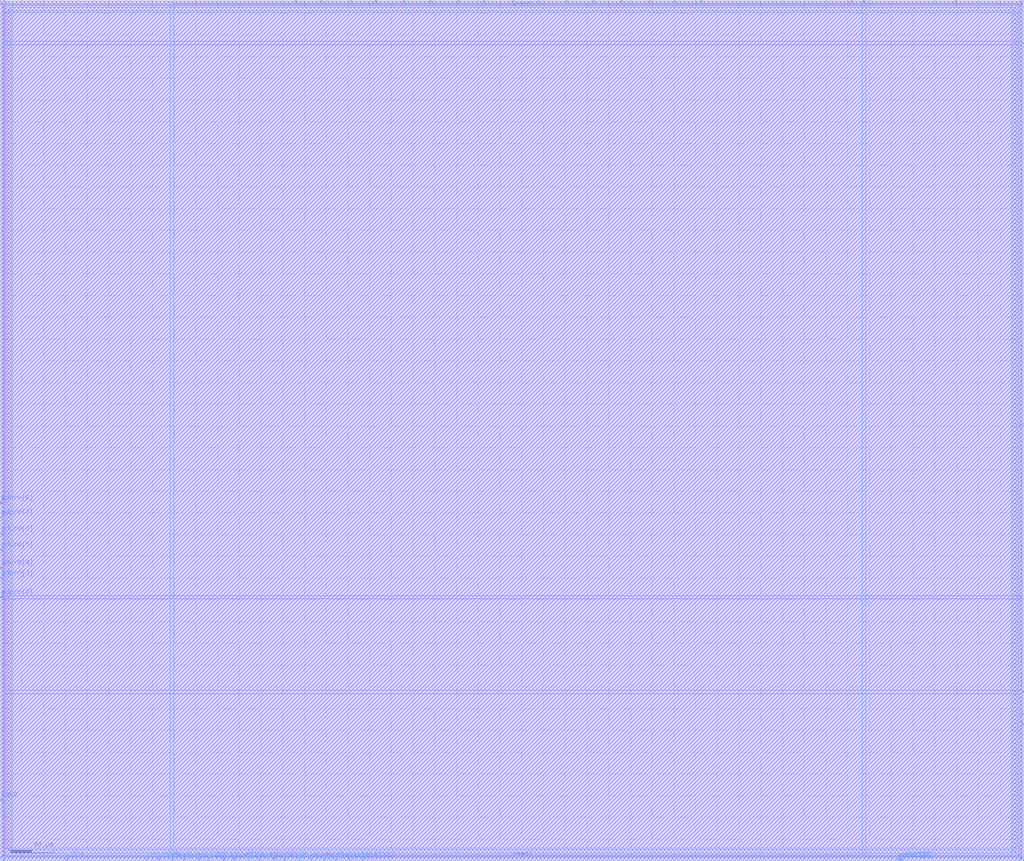
<source format=lef>
VERSION 5.4 ;
NAMESCASESENSITIVE ON ;
BUSBITCHARS "[]" ;
DIVIDERCHAR "/" ;
UNITS
  DATABASE MICRONS 2000 ;
END UNITS
MACRO sky130_sram_16_512
   CLASS BLOCK ;
   SIZE 470.94 BY 396.14 ;
   SYMMETRY X Y R90 ;
   PIN din0[0]
      DIRECTION INPUT ;
      PORT
         LAYER met4 ;
         RECT  78.88 0.0 79.26 1.06 ;
      END
   END din0[0]
   PIN din0[1]
      DIRECTION INPUT ;
      PORT
         LAYER met4 ;
         RECT  84.32 0.0 84.7 1.06 ;
      END
   END din0[1]
   PIN din0[2]
      DIRECTION INPUT ;
      PORT
         LAYER met4 ;
         RECT  91.12 0.0 91.5 1.06 ;
      END
   END din0[2]
   PIN din0[3]
      DIRECTION INPUT ;
      PORT
         LAYER met4 ;
         RECT  95.88 0.0 96.26 1.06 ;
      END
   END din0[3]
   PIN din0[4]
      DIRECTION INPUT ;
      PORT
         LAYER met4 ;
         RECT  102.68 0.0 103.06 1.06 ;
      END
   END din0[4]
   PIN din0[5]
      DIRECTION INPUT ;
      PORT
         LAYER met4 ;
         RECT  107.44 0.0 107.82 1.06 ;
      END
   END din0[5]
   PIN din0[6]
      DIRECTION INPUT ;
      PORT
         LAYER met4 ;
         RECT  114.24 0.0 114.62 1.06 ;
      END
   END din0[6]
   PIN din0[7]
      DIRECTION INPUT ;
      PORT
         LAYER met4 ;
         RECT  119.0 0.0 119.38 1.06 ;
      END
   END din0[7]
   PIN din0[8]
      DIRECTION INPUT ;
      PORT
         LAYER met4 ;
         RECT  125.8 0.0 126.18 1.06 ;
      END
   END din0[8]
   PIN din0[9]
      DIRECTION INPUT ;
      PORT
         LAYER met4 ;
         RECT  130.56 0.0 130.94 1.06 ;
      END
   END din0[9]
   PIN din0[10]
      DIRECTION INPUT ;
      PORT
         LAYER met4 ;
         RECT  137.36 0.0 137.74 1.06 ;
      END
   END din0[10]
   PIN din0[11]
      DIRECTION INPUT ;
      PORT
         LAYER met4 ;
         RECT  142.8 0.0 143.18 1.06 ;
      END
   END din0[11]
   PIN din0[12]
      DIRECTION INPUT ;
      PORT
         LAYER met4 ;
         RECT  148.92 0.0 149.3 1.06 ;
      END
   END din0[12]
   PIN din0[13]
      DIRECTION INPUT ;
      PORT
         LAYER met4 ;
         RECT  154.36 0.0 154.74 1.06 ;
      END
   END din0[13]
   PIN din0[14]
      DIRECTION INPUT ;
      PORT
         LAYER met4 ;
         RECT  160.48 0.0 160.86 1.06 ;
      END
   END din0[14]
   PIN din0[15]
      DIRECTION INPUT ;
      PORT
         LAYER met4 ;
         RECT  166.6 0.0 166.98 1.06 ;
      END
   END din0[15]
   PIN addr0[0]
      DIRECTION INPUT ;
      PORT
         LAYER met4 ;
         RECT  67.32 0.0 67.7 1.06 ;
      END
   END addr0[0]
   PIN addr0[1]
      DIRECTION INPUT ;
      PORT
         LAYER met4 ;
         RECT  72.76 0.0 73.14 1.06 ;
      END
   END addr0[1]
   PIN addr0[2]
      DIRECTION INPUT ;
      PORT
         LAYER met3 ;
         RECT  0.0 121.04 1.06 121.42 ;
      END
   END addr0[2]
   PIN addr0[3]
      DIRECTION INPUT ;
      PORT
         LAYER met3 ;
         RECT  0.0 129.88 1.06 130.26 ;
      END
   END addr0[3]
   PIN addr0[4]
      DIRECTION INPUT ;
      PORT
         LAYER met3 ;
         RECT  0.0 134.64 1.06 135.02 ;
      END
   END addr0[4]
   PIN addr0[5]
      DIRECTION INPUT ;
      PORT
         LAYER met3 ;
         RECT  0.0 142.8 1.06 143.18 ;
      END
   END addr0[5]
   PIN addr0[6]
      DIRECTION INPUT ;
      PORT
         LAYER met3 ;
         RECT  0.0 150.28 1.06 150.66 ;
      END
   END addr0[6]
   PIN addr0[7]
      DIRECTION INPUT ;
      PORT
         LAYER met3 ;
         RECT  0.0 157.76 1.06 158.14 ;
      END
   END addr0[7]
   PIN addr0[8]
      DIRECTION INPUT ;
      PORT
         LAYER met3 ;
         RECT  0.0 164.56 1.06 164.94 ;
      END
   END addr0[8]
   PIN addr1[0]
      DIRECTION INPUT ;
      PORT
         LAYER met4 ;
         RECT  397.12 395.08 397.5 396.14 ;
      END
   END addr1[0]
   PIN addr1[1]
      DIRECTION INPUT ;
      PORT
         LAYER met4 ;
         RECT  391.68 395.08 392.06 396.14 ;
      END
   END addr1[1]
   PIN addr1[2]
      DIRECTION INPUT ;
      PORT
         LAYER met3 ;
         RECT  469.88 77.52 470.94 77.9 ;
      END
   END addr1[2]
   PIN addr1[3]
      DIRECTION INPUT ;
      PORT
         LAYER met3 ;
         RECT  469.88 67.32 470.94 67.7 ;
      END
   END addr1[3]
   PIN addr1[4]
      DIRECTION INPUT ;
      PORT
         LAYER met3 ;
         RECT  469.88 62.56 470.94 62.94 ;
      END
   END addr1[4]
   PIN addr1[5]
      DIRECTION INPUT ;
      PORT
         LAYER met4 ;
         RECT  412.76 0.0 413.14 1.06 ;
      END
   END addr1[5]
   PIN addr1[6]
      DIRECTION INPUT ;
      PORT
         LAYER met4 ;
         RECT  413.44 0.0 413.82 1.06 ;
      END
   END addr1[6]
   PIN addr1[7]
      DIRECTION INPUT ;
      PORT
         LAYER met4 ;
         RECT  414.12 0.0 414.5 1.06 ;
      END
   END addr1[7]
   PIN addr1[8]
      DIRECTION INPUT ;
      PORT
         LAYER met4 ;
         RECT  414.8 0.0 415.18 1.06 ;
      END
   END addr1[8]
   PIN csb0
      DIRECTION INPUT ;
      PORT
         LAYER met3 ;
         RECT  0.0 27.88 1.06 28.26 ;
      END
   END csb0
   PIN csb1
      DIRECTION INPUT ;
      PORT
         LAYER met3 ;
         RECT  469.88 376.04 470.94 376.42 ;
      END
   END csb1
   PIN clk0
      DIRECTION INPUT ;
      PORT
         LAYER met4 ;
         RECT  30.6 0.0 30.98 1.06 ;
      END
   END clk0
   PIN clk1
      DIRECTION INPUT ;
      PORT
         LAYER met4 ;
         RECT  439.28 395.08 439.66 396.14 ;
      END
   END clk1
   PIN dout1[0]
      DIRECTION OUTPUT ;
      PORT
         LAYER met4 ;
         RECT  136.0 395.08 136.38 396.14 ;
      END
   END dout1[0]
   PIN dout1[1]
      DIRECTION OUTPUT ;
      PORT
         LAYER met4 ;
         RECT  147.56 395.08 147.94 396.14 ;
      END
   END dout1[1]
   PIN dout1[2]
      DIRECTION OUTPUT ;
      PORT
         LAYER met4 ;
         RECT  161.16 395.08 161.54 396.14 ;
      END
   END dout1[2]
   PIN dout1[3]
      DIRECTION OUTPUT ;
      PORT
         LAYER met4 ;
         RECT  172.72 395.08 173.1 396.14 ;
      END
   END dout1[3]
   PIN dout1[4]
      DIRECTION OUTPUT ;
      PORT
         LAYER met4 ;
         RECT  185.64 395.08 186.02 396.14 ;
      END
   END dout1[4]
   PIN dout1[5]
      DIRECTION OUTPUT ;
      PORT
         LAYER met4 ;
         RECT  197.88 395.08 198.26 396.14 ;
      END
   END dout1[5]
   PIN dout1[6]
      DIRECTION OUTPUT ;
      PORT
         LAYER met4 ;
         RECT  210.8 395.08 211.18 396.14 ;
      END
   END dout1[6]
   PIN dout1[7]
      DIRECTION OUTPUT ;
      PORT
         LAYER met4 ;
         RECT  222.36 395.08 222.74 396.14 ;
      END
   END dout1[7]
   PIN dout1[8]
      DIRECTION OUTPUT ;
      PORT
         LAYER met4 ;
         RECT  235.96 395.08 236.34 396.14 ;
      END
   END dout1[8]
   PIN dout1[9]
      DIRECTION OUTPUT ;
      PORT
         LAYER met4 ;
         RECT  247.52 395.08 247.9 396.14 ;
      END
   END dout1[9]
   PIN dout1[10]
      DIRECTION OUTPUT ;
      PORT
         LAYER met4 ;
         RECT  260.44 395.08 260.82 396.14 ;
      END
   END dout1[10]
   PIN dout1[11]
      DIRECTION OUTPUT ;
      PORT
         LAYER met4 ;
         RECT  272.68 395.08 273.06 396.14 ;
      END
   END dout1[11]
   PIN dout1[12]
      DIRECTION OUTPUT ;
      PORT
         LAYER met4 ;
         RECT  285.6 395.08 285.98 396.14 ;
      END
   END dout1[12]
   PIN dout1[13]
      DIRECTION OUTPUT ;
      PORT
         LAYER met4 ;
         RECT  298.52 395.08 298.9 396.14 ;
      END
   END dout1[13]
   PIN dout1[14]
      DIRECTION OUTPUT ;
      PORT
         LAYER met4 ;
         RECT  310.08 395.08 310.46 396.14 ;
      END
   END dout1[14]
   PIN dout1[15]
      DIRECTION OUTPUT ;
      PORT
         LAYER met4 ;
         RECT  322.32 395.08 322.7 396.14 ;
      END
   END dout1[15]
   PIN vccd1
      DIRECTION INOUT ;
      USE POWER ; 
      SHAPE ABUTMENT ; 
      PORT
         LAYER met3 ;
         RECT  3.4 3.4 467.54 5.14 ;
         LAYER met3 ;
         RECT  3.4 391.0 467.54 392.74 ;
         LAYER met4 ;
         RECT  3.4 3.4 5.14 392.74 ;
         LAYER met4 ;
         RECT  465.8 3.4 467.54 392.74 ;
      END
   END vccd1
   PIN vssd1
      DIRECTION INOUT ;
      USE GROUND ; 
      SHAPE ABUTMENT ; 
      PORT
         LAYER met3 ;
         RECT  0.0 394.4 470.94 396.14 ;
         LAYER met4 ;
         RECT  0.0 0.0 1.74 396.14 ;
         LAYER met3 ;
         RECT  0.0 0.0 470.94 1.74 ;
         LAYER met4 ;
         RECT  469.2 0.0 470.94 396.14 ;
      END
   END vssd1
   OBS
   LAYER  met1 ;
      RECT  0.62 0.62 470.32 395.52 ;
   LAYER  met2 ;
      RECT  0.62 0.62 470.32 395.52 ;
   LAYER  met3 ;
      RECT  1.66 120.44 470.32 122.02 ;
      RECT  0.62 122.02 1.66 129.28 ;
      RECT  0.62 130.86 1.66 134.04 ;
      RECT  0.62 135.62 1.66 142.2 ;
      RECT  0.62 143.78 1.66 149.68 ;
      RECT  0.62 151.26 1.66 157.16 ;
      RECT  0.62 158.74 1.66 163.96 ;
      RECT  1.66 76.92 469.28 78.5 ;
      RECT  1.66 78.5 469.28 120.44 ;
      RECT  469.28 78.5 470.32 120.44 ;
      RECT  469.28 68.3 470.32 76.92 ;
      RECT  469.28 63.54 470.32 66.72 ;
      RECT  0.62 28.86 1.66 120.44 ;
      RECT  1.66 122.02 469.28 375.44 ;
      RECT  1.66 375.44 469.28 377.02 ;
      RECT  469.28 122.02 470.32 375.44 ;
      RECT  1.66 2.8 2.8 5.74 ;
      RECT  1.66 5.74 2.8 76.92 ;
      RECT  2.8 5.74 468.14 76.92 ;
      RECT  468.14 2.8 469.28 5.74 ;
      RECT  468.14 5.74 469.28 76.92 ;
      RECT  1.66 377.02 2.8 390.4 ;
      RECT  1.66 390.4 2.8 393.34 ;
      RECT  2.8 377.02 468.14 390.4 ;
      RECT  468.14 377.02 469.28 390.4 ;
      RECT  468.14 390.4 469.28 393.34 ;
      RECT  0.62 165.54 1.66 393.8 ;
      RECT  469.28 377.02 470.32 393.8 ;
      RECT  1.66 393.34 2.8 393.8 ;
      RECT  2.8 393.34 468.14 393.8 ;
      RECT  468.14 393.34 469.28 393.8 ;
      RECT  469.28 2.34 470.32 61.96 ;
      RECT  0.62 2.34 1.66 27.28 ;
      RECT  1.66 2.34 2.8 2.8 ;
      RECT  2.8 2.34 468.14 2.8 ;
      RECT  468.14 2.34 469.28 2.8 ;
   LAYER  met4 ;
      RECT  78.28 1.66 79.86 395.52 ;
      RECT  79.86 0.62 83.72 1.66 ;
      RECT  85.3 0.62 90.52 1.66 ;
      RECT  92.1 0.62 95.28 1.66 ;
      RECT  96.86 0.62 102.08 1.66 ;
      RECT  103.66 0.62 106.84 1.66 ;
      RECT  108.42 0.62 113.64 1.66 ;
      RECT  115.22 0.62 118.4 1.66 ;
      RECT  119.98 0.62 125.2 1.66 ;
      RECT  126.78 0.62 129.96 1.66 ;
      RECT  131.54 0.62 136.76 1.66 ;
      RECT  138.34 0.62 142.2 1.66 ;
      RECT  143.78 0.62 148.32 1.66 ;
      RECT  149.9 0.62 153.76 1.66 ;
      RECT  155.34 0.62 159.88 1.66 ;
      RECT  161.46 0.62 166.0 1.66 ;
      RECT  68.3 0.62 72.16 1.66 ;
      RECT  73.74 0.62 78.28 1.66 ;
      RECT  79.86 1.66 396.52 394.48 ;
      RECT  396.52 1.66 398.1 394.48 ;
      RECT  392.66 394.48 396.52 395.52 ;
      RECT  167.58 0.62 412.16 1.66 ;
      RECT  31.58 0.62 66.72 1.66 ;
      RECT  398.1 394.48 438.68 395.52 ;
      RECT  79.86 394.48 135.4 395.52 ;
      RECT  136.98 394.48 146.96 395.52 ;
      RECT  148.54 394.48 160.56 395.52 ;
      RECT  162.14 394.48 172.12 395.52 ;
      RECT  173.7 394.48 185.04 395.52 ;
      RECT  186.62 394.48 197.28 395.52 ;
      RECT  198.86 394.48 210.2 395.52 ;
      RECT  211.78 394.48 221.76 395.52 ;
      RECT  223.34 394.48 235.36 395.52 ;
      RECT  236.94 394.48 246.92 395.52 ;
      RECT  248.5 394.48 259.84 395.52 ;
      RECT  261.42 394.48 272.08 395.52 ;
      RECT  273.66 394.48 285.0 395.52 ;
      RECT  286.58 394.48 297.92 395.52 ;
      RECT  299.5 394.48 309.48 395.52 ;
      RECT  311.06 394.48 321.72 395.52 ;
      RECT  323.3 394.48 391.08 395.52 ;
      RECT  2.8 1.66 5.74 2.8 ;
      RECT  2.8 393.34 5.74 395.52 ;
      RECT  5.74 1.66 78.28 2.8 ;
      RECT  5.74 2.8 78.28 393.34 ;
      RECT  5.74 393.34 78.28 395.52 ;
      RECT  398.1 1.66 465.2 2.8 ;
      RECT  398.1 2.8 465.2 393.34 ;
      RECT  398.1 393.34 465.2 394.48 ;
      RECT  465.2 1.66 468.14 2.8 ;
      RECT  465.2 393.34 468.14 394.48 ;
      RECT  2.34 0.62 30.0 1.66 ;
      RECT  2.34 1.66 2.8 2.8 ;
      RECT  2.34 2.8 2.8 393.34 ;
      RECT  2.34 393.34 2.8 395.52 ;
      RECT  415.78 0.62 468.6 1.66 ;
      RECT  440.26 394.48 468.6 395.52 ;
      RECT  468.14 1.66 468.6 2.8 ;
      RECT  468.14 2.8 468.6 393.34 ;
      RECT  468.14 393.34 468.6 394.48 ;
   END
END    sky130_sram_16_512
END    LIBRARY

</source>
